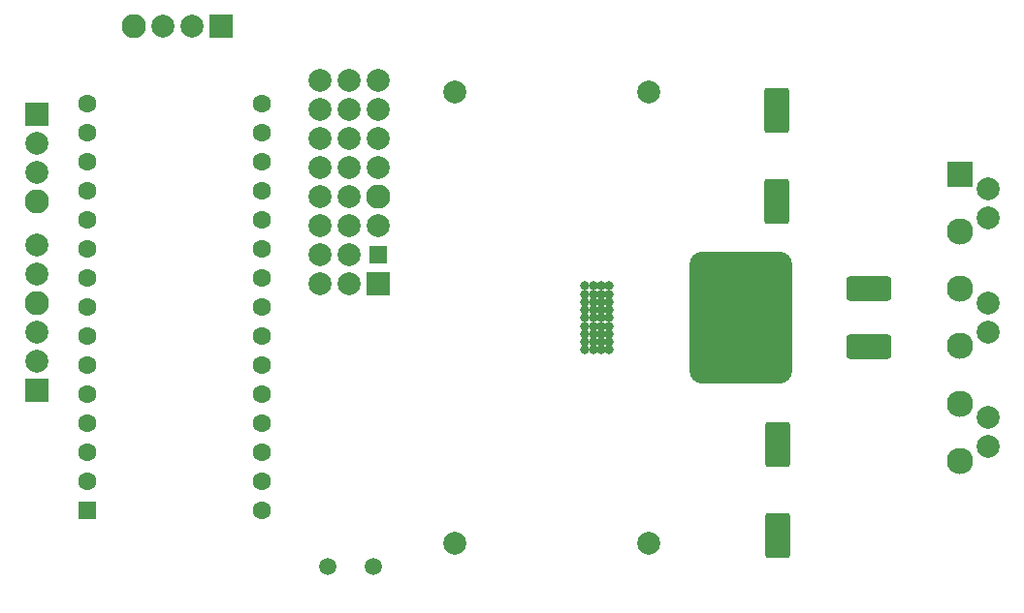
<source format=gts>
G04 Layer_Color=8388736*
%FSLAX43Y43*%
%MOMM*%
G71*
G01*
G75*
%ADD26C,1.500*%
G04:AMPARAMS|DCode=59|XSize=2.18mm|YSize=3.91mm|CornerRadius=0.31mm|HoleSize=0mm|Usage=FLASHONLY|Rotation=90.000|XOffset=0mm|YOffset=0mm|HoleType=Round|Shape=RoundedRectangle|*
%AMROUNDEDRECTD59*
21,1,2.180,3.290,0,0,90.0*
21,1,1.560,3.910,0,0,90.0*
1,1,0.620,1.645,0.780*
1,1,0.620,1.645,-0.780*
1,1,0.620,-1.645,-0.780*
1,1,0.620,-1.645,0.780*
%
%ADD59ROUNDEDRECTD59*%
G04:AMPARAMS|DCode=60|XSize=11.53mm|YSize=8.99mm|CornerRadius=1.161mm|HoleSize=0mm|Usage=FLASHONLY|Rotation=90.000|XOffset=0mm|YOffset=0mm|HoleType=Round|Shape=RoundedRectangle|*
%AMROUNDEDRECTD60*
21,1,11.530,6.668,0,0,90.0*
21,1,9.207,8.990,0,0,90.0*
1,1,2.322,3.334,4.604*
1,1,2.322,3.334,-4.604*
1,1,2.322,-3.334,-4.604*
1,1,2.322,-3.334,4.604*
%
%ADD60ROUNDEDRECTD60*%
G04:AMPARAMS|DCode=61|XSize=2.22mm|YSize=3.96mm|CornerRadius=0.315mm|HoleSize=0mm|Usage=FLASHONLY|Rotation=180.000|XOffset=0mm|YOffset=0mm|HoleType=Round|Shape=RoundedRectangle|*
%AMROUNDEDRECTD61*
21,1,2.220,3.330,0,0,180.0*
21,1,1.590,3.960,0,0,180.0*
1,1,0.630,-0.795,1.665*
1,1,0.630,0.795,1.665*
1,1,0.630,0.795,-1.665*
1,1,0.630,-0.795,-1.665*
%
%ADD61ROUNDEDRECTD61*%
%ADD62C,2.300*%
%ADD63R,2.300X2.300*%
%ADD64C,0.100*%
%ADD65C,2.000*%
%ADD66C,2.103*%
%ADD67R,2.000X2.000*%
%ADD68R,2.000X2.000*%
%ADD69R,1.500X1.500*%
%ADD70C,1.600*%
%ADD71R,1.500X1.500*%
%ADD72C,0.800*%
D26*
X32267Y6264D02*
D03*
X28267D02*
D03*
D59*
X75560Y25460D02*
D03*
Y30540D02*
D03*
D60*
X64380Y28000D02*
D03*
D61*
X67511Y38159D02*
D03*
Y46119D02*
D03*
X67611Y16869D02*
D03*
Y8909D02*
D03*
D62*
X83543Y15500D02*
D03*
Y25500D02*
D03*
X83543Y35500D02*
D03*
X83543Y30500D02*
D03*
X83543Y20500D02*
D03*
D63*
X83543Y40500D02*
D03*
D64*
X61500Y3500D02*
D03*
Y52500D02*
D03*
X3500D02*
D03*
Y3500D02*
D03*
D65*
X85943Y36750D02*
D03*
Y39250D02*
D03*
Y16750D02*
D03*
Y19250D02*
D03*
Y26750D02*
D03*
Y29250D02*
D03*
X16447Y53464D02*
D03*
X13907D02*
D03*
X2867Y43244D02*
D03*
Y40704D02*
D03*
X2867Y31815D02*
D03*
Y24195D02*
D03*
Y26735D02*
D03*
Y34355D02*
D03*
X39367Y8250D02*
D03*
X56367D02*
D03*
X39367Y47750D02*
D03*
X56367D02*
D03*
X32667Y36044D02*
D03*
X30127Y38584D02*
D03*
Y36044D02*
D03*
Y33504D02*
D03*
Y30964D02*
D03*
X27587D02*
D03*
Y33504D02*
D03*
Y36044D02*
D03*
Y38584D02*
D03*
Y46204D02*
D03*
Y48744D02*
D03*
Y43664D02*
D03*
Y41124D02*
D03*
X30127D02*
D03*
Y43664D02*
D03*
Y48744D02*
D03*
Y46204D02*
D03*
X32667D02*
D03*
Y48744D02*
D03*
Y43664D02*
D03*
Y41124D02*
D03*
D66*
X11367Y53464D02*
D03*
X2867Y38164D02*
D03*
X2867Y29275D02*
D03*
X32667Y38584D02*
D03*
D67*
X18987Y53464D02*
D03*
D68*
X2867Y45784D02*
D03*
X2867Y21655D02*
D03*
X32667Y30964D02*
D03*
D69*
X7342Y11125D02*
D03*
D70*
Y13665D02*
D03*
Y16205D02*
D03*
Y18745D02*
D03*
Y21285D02*
D03*
Y28905D02*
D03*
Y26365D02*
D03*
Y23825D02*
D03*
Y36525D02*
D03*
Y33985D02*
D03*
Y31445D02*
D03*
Y44145D02*
D03*
Y41605D02*
D03*
Y39065D02*
D03*
Y46685D02*
D03*
X22582Y11125D02*
D03*
Y46685D02*
D03*
Y39065D02*
D03*
Y41605D02*
D03*
Y44145D02*
D03*
Y31445D02*
D03*
Y33985D02*
D03*
Y36525D02*
D03*
Y23825D02*
D03*
Y26365D02*
D03*
Y28905D02*
D03*
Y21285D02*
D03*
Y18745D02*
D03*
Y16205D02*
D03*
Y13665D02*
D03*
D71*
X32667Y33504D02*
D03*
D72*
X52867Y28664D02*
D03*
Y27964D02*
D03*
Y27264D02*
D03*
Y26564D02*
D03*
Y25864D02*
D03*
Y25164D02*
D03*
Y29364D02*
D03*
Y30064D02*
D03*
Y30764D02*
D03*
X51467Y30764D02*
D03*
X50767Y30764D02*
D03*
X52167Y30764D02*
D03*
X51467Y30064D02*
D03*
X50767Y30064D02*
D03*
X52167Y30064D02*
D03*
X51467Y29364D02*
D03*
X50767Y29364D02*
D03*
X52167Y29364D02*
D03*
X51467Y25164D02*
D03*
X50767Y25164D02*
D03*
X51467Y25864D02*
D03*
X50767Y25864D02*
D03*
X52167Y25864D02*
D03*
Y25164D02*
D03*
Y26564D02*
D03*
X50767Y26564D02*
D03*
X51467Y26564D02*
D03*
X52167Y27264D02*
D03*
X50767Y27264D02*
D03*
X51467Y27264D02*
D03*
X52167Y27964D02*
D03*
X50767Y27964D02*
D03*
X51467Y27964D02*
D03*
X52167Y28664D02*
D03*
X50767Y28664D02*
D03*
X51467Y28664D02*
D03*
M02*

</source>
